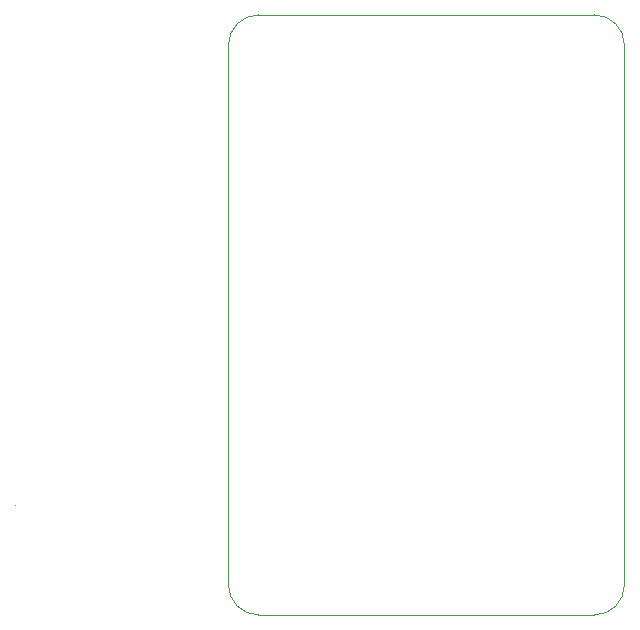
<source format=gm1>
G04 Layer_Color=16711935*
%FSLAX24Y24*%
%MOIN*%
G70*
G01*
G75*
%ADD69C,0.0005*%
%ADD70C,0.0003*%
D69*
X-6550Y-9000D02*
G03*
X-5550Y-10000I1000J0D01*
G01*
X5650D02*
G03*
X6650Y-9000I0J1000D01*
G01*
Y9000D02*
G03*
X5650Y10000I-1000J0D01*
G01*
X-5550D02*
G03*
X-6550Y9000I0J-1000D01*
G01*
X-5550Y10000D02*
X5650D01*
X-6550Y-9000D02*
Y9000D01*
X-5550Y-10000D02*
X5650D01*
X6650Y-9000D02*
Y9000D01*
D70*
X-13654Y-6350D02*
G03*
X-13654Y-6350I-1J0D01*
G01*
M02*

</source>
